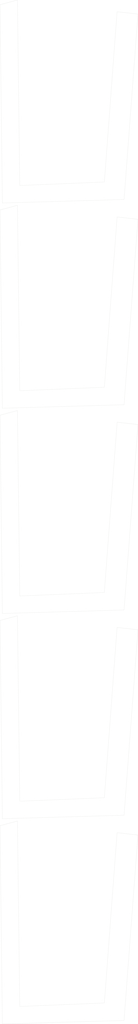
<source format=kicad_pcb>
(kicad_pcb (version 20221018) (generator pcbnew)

  (general
    (thickness 1.6)
  )

  (paper "A4")
  (layers
    (0 "F.Cu" signal)
    (31 "B.Cu" signal)
    (32 "B.Adhes" user "B.Adhesive")
    (33 "F.Adhes" user "F.Adhesive")
    (34 "B.Paste" user)
    (35 "F.Paste" user)
    (36 "B.SilkS" user "B.Silkscreen")
    (37 "F.SilkS" user "F.Silkscreen")
    (38 "B.Mask" user)
    (39 "F.Mask" user)
    (40 "Dwgs.User" user "User.Drawings")
    (41 "Cmts.User" user "User.Comments")
    (42 "Eco1.User" user "User.Eco1")
    (43 "Eco2.User" user "User.Eco2")
    (44 "Edge.Cuts" user)
    (45 "Margin" user)
    (46 "B.CrtYd" user "B.Courtyard")
    (47 "F.CrtYd" user "F.Courtyard")
    (48 "B.Fab" user)
    (49 "F.Fab" user)
    (50 "User.1" user)
    (51 "User.2" user)
    (52 "User.3" user)
    (53 "User.4" user)
    (54 "User.5" user)
    (55 "User.6" user)
    (56 "User.7" user)
    (57 "User.8" user)
    (58 "User.9" user)
  )

  (setup
    (stackup
      (layer "F.SilkS" (type "Top Silk Screen"))
      (layer "F.Paste" (type "Top Solder Paste"))
      (layer "F.Mask" (type "Top Solder Mask") (thickness 0.01))
      (layer "F.Cu" (type "copper") (thickness 0.035))
      (layer "dielectric 1" (type "core") (thickness 1.51) (material "FR4") (epsilon_r 4.5) (loss_tangent 0.02))
      (layer "B.Cu" (type "copper") (thickness 0.035))
      (layer "B.Mask" (type "Bottom Solder Mask") (thickness 0.01))
      (layer "B.Paste" (type "Bottom Solder Paste"))
      (layer "B.SilkS" (type "Bottom Silk Screen"))
      (layer "F.SilkS" (type "Top Silk Screen"))
      (layer "F.Paste" (type "Top Solder Paste"))
      (layer "F.Mask" (type "Top Solder Mask") (thickness 0.01))
      (layer "F.Cu" (type "copper") (thickness 0.035))
      (layer "dielectric 1" (type "core") (thickness 1.51) (material "FR4") (epsilon_r 4.5) (loss_tangent 0.02))
      (layer "B.Cu" (type "copper") (thickness 0.035))
      (layer "B.Mask" (type "Bottom Solder Mask") (thickness 0.01))
      (layer "B.Paste" (type "Bottom Solder Paste"))
      (layer "B.SilkS" (type "Bottom Silk Screen"))
      (layer "F.SilkS" (type "Top Silk Screen"))
      (layer "F.Paste" (type "Top Solder Paste"))
      (layer "F.Mask" (type "Top Solder Mask") (thickness 0.01))
      (layer "F.Cu" (type "copper") (thickness 0.035))
      (layer "dielectric 1" (type "core") (thickness 1.51) (material "FR4") (epsilon_r 4.5) (loss_tangent 0.02))
      (layer "B.Cu" (type "copper") (thickness 0.035))
      (layer "B.Mask" (type "Bottom Solder Mask") (thickness 0.01))
      (layer "B.Paste" (type "Bottom Solder Paste"))
      (layer "B.SilkS" (type "Bottom Silk Screen"))
      (layer "F.SilkS" (type "Top Silk Screen"))
      (layer "F.Paste" (type "Top Solder Paste"))
      (layer "F.Mask" (type "Top Solder Mask") (thickness 0.01))
      (layer "F.Cu" (type "copper") (thickness 0.035))
      (layer "dielectric 1" (type "core") (thickness 1.51) (material "FR4") (epsilon_r 4.5) (loss_tangent 0.02))
      (layer "B.Cu" (type "copper") (thickness 0.035))
      (layer "B.Mask" (type "Bottom Solder Mask") (thickness 0.01))
      (layer "B.Paste" (type "Bottom Solder Paste"))
      (layer "B.SilkS" (type "Bottom Silk Screen"))
      (layer "F.SilkS" (type "Top Silk Screen"))
      (layer "F.Paste" (type "Top Solder Paste"))
      (layer "F.Mask" (type "Top Solder Mask") (thickness 0.01))
      (layer "F.Cu" (type "copper") (thickness 0.035))
      (layer "dielectric 1" (type "core") (thickness 1.51) (material "FR4") (epsilon_r 4.5) (loss_tangent 0.02))
      (layer "B.Cu" (type "copper") (thickness 0.035))
      (layer "B.Mask" (type "Bottom Solder Mask") (thickness 0.01))
      (layer "B.Paste" (type "Bottom Solder Paste"))
      (layer "B.SilkS" (type "Bottom Silk Screen"))
      (copper_finish "None")
      (dielectric_constraints no)
    )
    (pad_to_mask_clearance 0)
    (pcbplotparams
      (layerselection 0x00010fc_ffffffff)
      (plot_on_all_layers_selection 0x0000000_00000000)
      (disableapertmacros false)
      (usegerberextensions false)
      (usegerberattributes true)
      (usegerberadvancedattributes true)
      (creategerberjobfile true)
      (dashed_line_dash_ratio 12.000000)
      (dashed_line_gap_ratio 3.000000)
      (svgprecision 4)
      (plotframeref false)
      (viasonmask false)
      (mode 1)
      (useauxorigin false)
      (hpglpennumber 1)
      (hpglpenspeed 20)
      (hpglpendiameter 15.000000)
      (dxfpolygonmode true)
      (dxfimperialunits true)
      (dxfusepcbnewfont true)
      (psnegative false)
      (psa4output false)
      (plotreference true)
      (plotvalue true)
      (plotinvisibletext false)
      (sketchpadsonfab false)
      (subtractmaskfromsilk false)
      (outputformat 1)
      (mirror false)
      (drillshape 1)
      (scaleselection 1)
      (outputdirectory "")
    )
  )

  (net 0 "")

  (gr_line (start 53.999965 437.914769) (end 59.999965 358.414769)
    (stroke (width 0.05) (type default)) (layer "Edge.Cuts") (tstamp 05721f43-1fe1-4e2e-878a-b51d66f805d9))
  (gr_line (start 50.999965 93.46603) (end 45.499965 166.46603)
    (stroke (width 0.05) (type default)) (layer "Edge.Cuts") (tstamp 18067d54-af73-40b5-9b36-9c503cf0b7f6))
  (gr_line (start 1.499965 263.448943) (end 53.999965 261.948943)
    (stroke (width 0.05) (type default)) (layer "Edge.Cuts") (tstamp 1b634f71-6535-4cca-8de8-e3581e1e96bf))
  (gr_line (start 45.499965 342.431856) (end 8.999965 343.931856)
    (stroke (width 0.05) (type default)) (layer "Edge.Cuts") (tstamp 1e7e6919-4315-4140-9a49-c2e555c7900d))
  (gr_line (start 0.499965 2.483117) (end 1.499965 87.483117)
    (stroke (width 0.05) (type default)) (layer "Edge.Cuts") (tstamp 20633b0c-3e4d-4d80-b1c6-99c8c035bd8c))
  (gr_line (start 7.999965 352.414769) (end 0.499965 354.414769)
    (stroke (width 0.05) (type default)) (layer "Edge.Cuts") (tstamp 28014ff7-7193-4b89-9f3d-4c0395c6833a))
  (gr_line (start 45.499965 78.483117) (end 8.999965 79.983117)
    (stroke (width 0.05) (type default)) (layer "Edge.Cuts") (tstamp 282d3fe7-1ed7-48d0-be40-14cc236b7bd4))
  (gr_line (start 59.999965 94.46603) (end 50.999965 93.46603)
    (stroke (width 0.05) (type default)) (layer "Edge.Cuts") (tstamp 2960e6ac-f211-4186-a5c9-ca7085be008f))
  (gr_line (start 8.999965 255.948943) (end 7.999965 176.448943)
    (stroke (width 0.05) (type default)) (layer "Edge.Cuts") (tstamp 2c3373c8-f4df-4687-b821-5ee5d94b2ae4))
  (gr_line (start 45.499965 430.414769) (end 8.999965 431.914769)
    (stroke (width 0.05) (type default)) (layer "Edge.Cuts") (tstamp 3bace917-8215-4b33-9ee9-64616110fd1c))
  (gr_line (start 7.999965 0.483117) (end 0.499965 2.483117)
    (stroke (width 0.05) (type default)) (layer "Edge.Cuts") (tstamp 4763785f-d125-42cc-857b-5c40c1be7d6a))
  (gr_line (start 0.499965 178.448943) (end 1.499965 263.448943)
    (stroke (width 0.05) (type default)) (layer "Edge.Cuts") (tstamp 4cc644c1-9057-465e-9bd2-9ca0c706dda0))
  (gr_line (start 1.499965 87.483117) (end 53.999965 85.983117)
    (stroke (width 0.05) (type default)) (layer "Edge.Cuts") (tstamp 5074fdeb-32ac-4124-9f2c-8f78d528819a))
  (gr_line (start 53.999965 349.931856) (end 59.999965 270.431856)
    (stroke (width 0.05) (type default)) (layer "Edge.Cuts") (tstamp 5245bed7-9eb5-4f34-8404-25c451c9b00a))
  (gr_line (start 7.999965 88.46603) (end 0.499965 90.46603)
    (stroke (width 0.05) (type default)) (layer "Edge.Cuts") (tstamp 56ae7711-dbf3-490c-9c39-a46b79844f57))
  (gr_line (start 59.999965 270.431856) (end 50.999965 269.431856)
    (stroke (width 0.05) (type default)) (layer "Edge.Cuts") (tstamp 5eb5b034-689e-435b-8cd1-b9f8e4bb95bb))
  (gr_line (start 53.999965 85.983117) (end 59.999965 6.483117)
    (stroke (width 0.05) (type default)) (layer "Edge.Cuts") (tstamp 62913c46-e01c-47e4-9882-e9cdb3ad78f9))
  (gr_line (start 8.999965 431.914769) (end 7.999965 352.414769)
    (stroke (width 0.05) (type default)) (layer "Edge.Cuts") (tstamp 750b93d6-c011-4ac2-b592-5d08b98c2d27))
  (gr_line (start 0.499965 354.414769) (end 1.499965 439.414769)
    (stroke (width 0.05) (type default)) (layer "Edge.Cuts") (tstamp 75dbcd1d-dc25-4c2c-8762-3503c4b267c4))
  (gr_line (start 53.999965 173.96603) (end 59.999965 94.46603)
    (stroke (width 0.05) (type default)) (layer "Edge.Cuts") (tstamp 77fa94a6-e44f-4728-981a-bb8964fe73ec))
  (gr_line (start 0.499965 90.46603) (end 1.499965 175.46603)
    (stroke (width 0.05) (type default)) (layer "Edge.Cuts") (tstamp 88c40ae8-be10-4d74-9ba3-8a99992fc3fe))
  (gr_line (start 8.999965 343.931856) (end 7.999965 264.431856)
    (stroke (width 0.05) (type default)) (layer "Edge.Cuts") (tstamp 8b4de0dc-0f86-4c8c-ae45-503943a96e73))
  (gr_line (start 45.499965 254.448943) (end 8.999965 255.948943)
    (stroke (width 0.05) (type default)) (layer "Edge.Cuts") (tstamp 8d1b0736-4b37-404d-9937-a31c6291fb60))
  (gr_line (start 7.999965 176.448943) (end 0.499965 178.448943)
    (stroke (width 0.05) (type default)) (layer "Edge.Cuts") (tstamp 8e37d008-9b03-4afe-a435-6458776f353c))
  (gr_line (start 59.999965 182.448943) (end 50.999965 181.448943)
    (stroke (width 0.05) (type default)) (layer "Edge.Cuts") (tstamp 942dbe39-b5f1-470c-8c6f-faa1364db2e5))
  (gr_line (start 0.499965 266.431856) (end 1.499965 351.431856)
    (stroke (width 0.05) (type default)) (layer "Edge.Cuts") (tstamp 9749af91-f0f5-46ee-b441-a8f5733f288d))
  (gr_line (start 45.499965 166.46603) (end 8.999965 167.96603)
    (stroke (width 0.05) (type default)) (layer "Edge.Cuts") (tstamp a23bd86f-b7f4-49fd-9c13-d2a256a14157))
  (gr_line (start 7.999965 264.431856) (end 0.499965 266.431856)
    (stroke (width 0.05) (type default)) (layer "Edge.Cuts") (tstamp a566a9c5-366a-4382-a6d8-542eaaf871ef))
  (gr_line (start 50.999965 269.431856) (end 45.499965 342.431856)
    (stroke (width 0.05) (type default)) (layer "Edge.Cuts") (tstamp b3da42f7-a4ae-4ae9-a968-9f65fe85cff9))
  (gr_line (start 50.999965 5.483117) (end 45.499965 78.483117)
    (stroke (width 0.05) (type default)) (layer "Edge.Cuts") (tstamp b7b610e5-480e-48ae-b6ad-fda0da32b387))
  (gr_line (start 50.999965 181.448943) (end 45.499965 254.448943)
    (stroke (width 0.05) (type default)) (layer "Edge.Cuts") (tstamp baac273c-1f6a-430a-880a-9cb3b10f4ef0))
  (gr_line (start 59.999965 6.483117) (end 50.999965 5.483117)
    (stroke (width 0.05) (type default)) (layer "Edge.Cuts") (tstamp c2f7ffca-e833-40e4-b99e-b2d0bb357e6b))
  (gr_line (start 1.499965 175.46603) (end 53.999965 173.96603)
    (stroke (width 0.05) (type default)) (layer "Edge.Cuts") (tstamp c7d69819-5de3-45b9-ab21-435e9b02fa54))
  (gr_line (start 8.999965 79.983117) (end 7.999965 0.483117)
    (stroke (width 0.05) (type default)) (layer "Edge.Cuts") (tstamp cbeaf0e0-3071-4259-bb66-b802982c4844))
  (gr_line (start 1.499965 439.414769) (end 53.999965 437.914769)
    (stroke (width 0.05) (type default)) (layer "Edge.Cuts") (tstamp ccf463ee-4aed-4465-9610-02abfca8d72f))
  (gr_line (start 53.999965 261.948943) (end 59.999965 182.448943)
    (stroke (width 0.05) (type default)) (layer "Edge.Cuts") (tstamp d02dafa5-3669-489f-8d48-15386a75823a))
  (gr_line (start 59.999965 358.414769) (end 50.999965 357.414769)
    (stroke (width 0.05) (type default)) (layer "Edge.Cuts") (tstamp e788e23b-87e0-40ec-ac17-310c52ee9ab1))
  (gr_line (start 1.499965 351.431856) (end 53.999965 349.931856)
    (stroke (width 0.05) (type default)) (layer "Edge.Cuts") (tstamp f79ad4a0-bca5-42d4-a335-84b78311cf37))
  (gr_line (start 50.999965 357.414769) (end 45.499965 430.414769)
    (stroke (width 0.05) (type default)) (layer "Edge.Cuts") (tstamp fa045ae3-09f9-485d-a3ea-5347592fdc79))
  (gr_line (start 8.999965 167.96603) (end 7.999965 88.46603)
    (stroke (width 0.05) (type default)) (layer "Edge.Cuts") (tstamp fa38c44e-17c7-46b8-8658-4f2f0c0d29ef))

)

</source>
